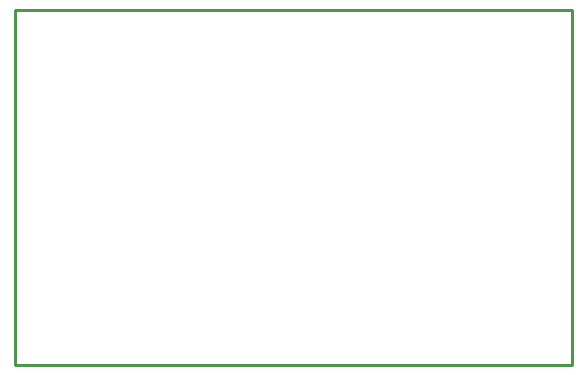
<source format=gbr>
%TF.GenerationSoftware,Altium Limited,Altium Designer,24.0.1 (36)*%
G04 Layer_Color=16711935*
%FSLAX45Y45*%
%MOMM*%
%TF.SameCoordinates,8AA56912-9505-4270-891B-A046144FA8B4*%
%TF.FilePolarity,Positive*%
%TF.FileFunction,Keep-out,Top*%
%TF.Part,Single*%
G01*
G75*
%TA.AperFunction,NonConductor*%
%ADD19C,0.25400*%
D19*
X7890000Y9000000D02*
X12600000D01*
Y6000000D02*
Y9000000D01*
X7890000Y6000000D02*
X12600000D01*
X7890000D02*
Y9000000D01*
%TF.MD5,34f9a33407ac89891e25b8362ea672f1*%
M02*

</source>
